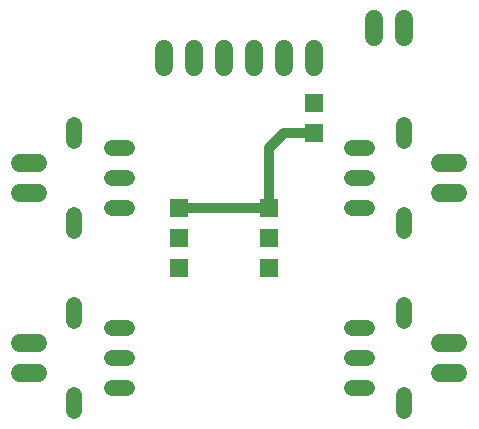
<source format=gbr>
G04 EAGLE Gerber RS-274X export*
G75*
%MOMM*%
%FSLAX34Y34*%
%LPD*%
%INTop Copper*%
%IPPOS*%
%AMOC8*
5,1,8,0,0,1.08239X$1,22.5*%
G01*
%ADD10C,1.524000*%
%ADD11C,1.320800*%
%ADD12R,1.500000X1.500000*%
%ADD13C,0.812800*%


D10*
X177800Y309880D02*
X177800Y325120D01*
X203200Y325120D02*
X203200Y309880D01*
X228600Y309880D02*
X228600Y325120D01*
X254000Y325120D02*
X254000Y309880D01*
X279400Y309880D02*
X279400Y325120D01*
X304800Y325120D02*
X304800Y309880D01*
D11*
X101600Y184404D02*
X101600Y171196D01*
X101600Y247396D02*
X101600Y260604D01*
X101600Y108204D02*
X101600Y94996D01*
X101600Y32004D02*
X101600Y18796D01*
X381000Y94996D02*
X381000Y108204D01*
X381000Y32004D02*
X381000Y18796D01*
X381000Y171196D02*
X381000Y184404D01*
X381000Y247396D02*
X381000Y260604D01*
D10*
X71120Y203200D02*
X55880Y203200D01*
X55880Y228600D02*
X71120Y228600D01*
X71120Y76200D02*
X55880Y76200D01*
X55880Y50800D02*
X71120Y50800D01*
X411480Y76200D02*
X426720Y76200D01*
X426720Y50800D02*
X411480Y50800D01*
X411480Y203200D02*
X426720Y203200D01*
X426720Y228600D02*
X411480Y228600D01*
X381000Y335280D02*
X381000Y350520D01*
X355600Y350520D02*
X355600Y335280D01*
D11*
X146304Y241300D02*
X133096Y241300D01*
X133096Y190500D02*
X146304Y190500D01*
X146304Y215900D02*
X133096Y215900D01*
X133096Y38100D02*
X146304Y38100D01*
X146304Y88900D02*
X133096Y88900D01*
X133096Y63500D02*
X146304Y63500D01*
X336296Y38100D02*
X349504Y38100D01*
X349504Y88900D02*
X336296Y88900D01*
X336296Y63500D02*
X349504Y63500D01*
X349504Y241300D02*
X336296Y241300D01*
X336296Y190500D02*
X349504Y190500D01*
X349504Y215900D02*
X336296Y215900D01*
D12*
X190500Y190500D03*
X190500Y165100D03*
X190500Y139700D03*
X266700Y190500D03*
X266700Y165100D03*
X266700Y139700D03*
X304800Y279400D03*
X304800Y254000D03*
D13*
X266700Y190500D02*
X190500Y190500D01*
X266700Y190500D02*
X266700Y241300D01*
X279400Y254000D01*
X304800Y254000D01*
M02*

</source>
